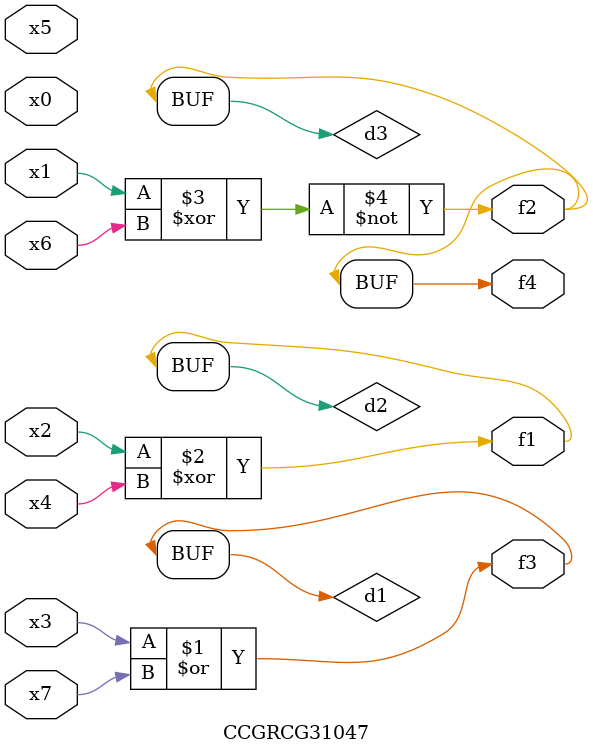
<source format=v>
module CCGRCG31047(
	input x0, x1, x2, x3, x4, x5, x6, x7,
	output f1, f2, f3, f4
);

	wire d1, d2, d3;

	or (d1, x3, x7);
	xor (d2, x2, x4);
	xnor (d3, x1, x6);
	assign f1 = d2;
	assign f2 = d3;
	assign f3 = d1;
	assign f4 = d3;
endmodule

</source>
